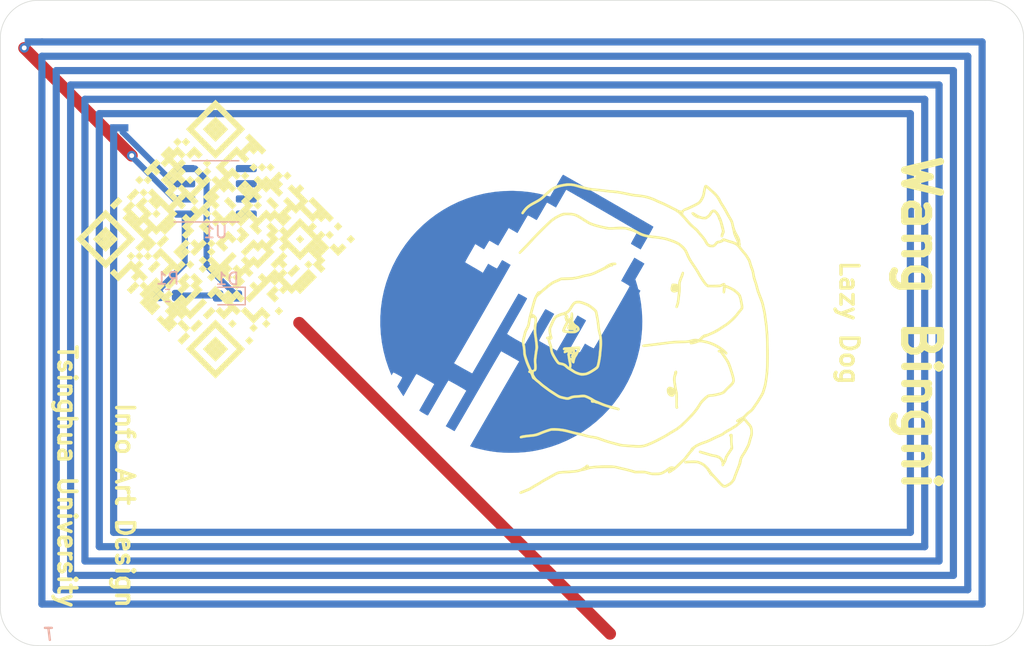
<source format=kicad_pcb>
(kicad_pcb (version 20171130) (host pcbnew "(5.1.9)-1")
  (layers (0 F.Cu signal) (31 B.Cu signal) (34 B.Paste user) (35 F.Paste user) (36 B.SilkS user) (37 F.SilkS user) (38 B.Mask user) (39 F.Mask user) (44 Edge.Cuts user))
  (net 0 "")
  (net 1 "Net-(AE1-Pad2)")
  (net 2 GND)
  (net 3 "Net-(D1-Pad2)")
  (net 4 +3V3)
  (net 5 "Net-(AE1-Pad1)")
  (net 6 "Net-(U1-Pad8)")
  (net 7 "Net-(U1-Pad7)")
  (net 8 "Net-(U1-Pad6)")
  (net 9 "Net-(U1-Pad5)")
  (module Avatars:7王冰妮 (layer F.Cu) (at 155.99 73.01 270)
    (fp_text reference G*** hide)
    (fp_text value LOGO hide)
  )
  (module Card:FutureInteractionDisconnect (layer B.Cu) (at 142.8 73.01)
    (fp_text reference G*** hide)
    (fp_text value LOGO hide)
    (fp_poly (pts (xy 0.476798 10.843159) (xy 0.984689 10.811521) (xy 1.474558 10.756716) (xy 1.960792 10.677047) (xy 2.457777 10.570817) (xy 2.578206 10.541687) (xy 3.286119 10.341214) (xy 3.97344 10.095386) (xy 4.638474 9.805974) (xy 5.279524 9.474753) (xy 5.894894 9.103496) (xy 6.482888 8.693976) (xy 7.04181 8.247968) (xy 7.569964 7.767244) (xy 8.065655 7.253579) (xy 8.527185 6.708745) (xy 8.952859 6.134517) (xy 9.340981 5.532667) (xy 9.689855 4.90497) (xy 9.997785 4.253199) (xy 10.263075 3.579127) (xy 10.484028 2.884529) (xy 10.658949 2.171177) (xy 10.67963 2.0701) (xy 10.801638 1.330457) (xy 10.873378 0.58695) (xy 10.894846 -0.158117) (xy 10.866035 -0.902439) (xy 10.78694 -1.643714) (xy 10.690058 -2.219732) (xy 10.635958 -2.496365) (xy 10.687195 -2.601827) (xy 10.738433 -2.707288) (xy 10.642725 -2.76237) (xy 10.57361 -2.813266) (xy 10.538395 -2.874747) (xy 10.529264 -2.912089) (xy 10.51508 -2.972243) (xy 10.489173 -3.068151) (xy 10.455095 -3.187118) (xy 10.416403 -3.316451) (xy 10.412243 -3.330031) (xy 10.312976 -3.653336) (xy 10.692223 -4.309184) (xy 11.071471 -4.965031) (xy 10.964985 -5.030828) (xy 10.903142 -5.068253) (xy 10.809179 -5.124154) (xy 10.694928 -5.191533) (xy 10.57222 -5.263392) (xy 10.547784 -5.277639) (xy 10.237069 -5.458652) (xy 10.137689 -5.288376) (xy 9.967675 -4.996343) (xy 9.808924 -4.722203) (xy 9.66303 -4.468783) (xy 9.531585 -4.23891) (xy 9.416183 -4.03541) (xy 9.318418 -3.861108) (xy 9.239884 -3.718833) (xy 9.182173 -3.61141) (xy 9.146879 -3.541665) (xy 9.135596 -3.512425) (xy 9.136046 -3.511716) (xy 9.164063 -3.496979) (xy 9.227852 -3.461062) (xy 9.3194 -3.408548) (xy 9.430696 -3.344018) (xy 9.4996 -3.303792) (xy 9.637811 -3.221258) (xy 9.735593 -3.15862) (xy 9.797636 -3.112437) (xy 9.828633 -3.079266) (xy 9.834027 -3.058465) (xy 9.820177 -3.029499) (xy 9.782837 -2.960241) (xy 9.723931 -2.854025) (xy 9.645384 -2.714183) (xy 9.549119 -2.544049) (xy 9.437062 -2.346956) (xy 9.311138 -2.126238) (xy 9.173271 -1.885229) (xy 9.025385 -1.62726) (xy 8.869405 -1.355667) (xy 8.707256 -1.073782) (xy 8.540863 -0.784938) (xy 8.372149 -0.49247) (xy 8.20304 -0.199709) (xy 8.03546 0.090009) (xy 7.871334 0.373352) (xy 7.712586 0.646987) (xy 7.561141 0.907579) (xy 7.418924 1.151796) (xy 7.287859 1.376305) (xy 7.16987 1.577771) (xy 7.066883 1.752862) (xy 6.980822 1.898244) (xy 6.913611 2.010584) (xy 6.867176 2.086548) (xy 6.84344 2.122803) (xy 6.840974 2.125466) (xy 6.808278 2.117555) (xy 6.738414 2.0862) (xy 6.637449 2.034628) (xy 6.511448 1.966064) (xy 6.36648 1.883737) (xy 6.208612 1.790872) (xy 6.183242 1.77566) (xy 6.105384 1.728857) (xy 5.894063 2.096329) (xy 5.823088 2.218199) (xy 5.760368 2.322976) (xy 5.710386 2.403401) (xy 5.677625 2.452217) (xy 5.667121 2.463723) (xy 5.637825 2.451453) (xy 5.575043 2.418207) (xy 5.487566 2.36919) (xy 5.384183 2.309608) (xy 5.273686 2.244664) (xy 5.164865 2.179564) (xy 5.066509 2.119512) (xy 4.98741 2.069714) (xy 4.936358 2.035373) (xy 4.92158 2.02229) (xy 4.933833 1.99713) (xy 4.969152 1.932263) (xy 5.025133 1.83193) (xy 5.09937 1.700376) (xy 5.189458 1.541844) (xy 5.29299 1.360577) (xy 5.407561 1.160818) (xy 5.530766 0.946812) (xy 5.55997 0.896198) (xy 5.684526 0.680078) (xy 5.80079 0.477699) (xy 5.906391 0.293234) (xy 5.998957 0.130856) (xy 6.076116 -0.00526) (xy 6.135498 -0.110942) (xy 6.17473 -0.182016) (xy 6.191441 -0.214307) (xy 6.191837 -0.215823) (xy 6.169285 -0.229211) (xy 6.111795 -0.262713) (xy 6.028445 -0.311082) (xy 5.928313 -0.369071) (xy 5.820475 -0.43143) (xy 5.714011 -0.492914) (xy 5.617997 -0.548273) (xy 5.541511 -0.592261) (xy 5.493632 -0.61963) (xy 5.483312 -0.625412) (xy 5.468283 -0.605464) (xy 5.430101 -0.545036) (xy 5.370888 -0.447717) (xy 5.292762 -0.317094) (xy 5.197843 -0.156756) (xy 5.088252 0.029711) (xy 4.966108 0.238716) (xy 4.833532 0.466674) (xy 4.692643 0.709995) (xy 4.622009 0.832368) (xy 4.477601 1.082663) (xy 4.340473 1.320067) (xy 4.212756 1.540903) (xy 4.096585 1.741495) (xy 3.994093 1.918167) (xy 3.907414 2.067243) (xy 3.838682 2.185046) (xy 3.790029 2.267902) (xy 3.76359 2.312132) (xy 3.759448 2.318529) (xy 3.735327 2.310133) (xy 3.673365 2.28003) (xy 3.579841 2.231692) (xy 3.461036 2.168593) (xy 3.32323 2.094204) (xy 3.172702 2.011998) (xy 3.015732 1.925448) (xy 2.858599 1.838025) (xy 2.707584 1.753204) (xy 2.568966 1.674455) (xy 2.449025 1.605252) (xy 2.354041 1.549067) (xy 2.290293 1.509373) (xy 2.268843 1.494271) (xy 2.266979 1.47259) (xy 2.284275 1.423159) (xy 2.32229 1.342886) (xy 2.382584 1.228679) (xy 2.466716 1.07745) (xy 2.571794 0.893812) (xy 2.685372 0.697133) (xy 2.81263 0.476767) (xy 2.944466 0.248473) (xy 3.071782 0.028007) (xy 3.185479 -0.168875) (xy 3.215098 -0.220164) (xy 3.525594 -0.757828) (xy 3.167325 -0.963385) (xy 3.0277 -1.042281) (xy 2.925374 -1.096862) (xy 2.854557 -1.129721) (xy 2.809459 -1.14345) (xy 2.784291 -1.140642) (xy 2.779722 -1.13692) (xy 2.762251 -1.109847) (xy 2.721702 -1.042493) (xy 2.660279 -0.938641) (xy 2.580188 -0.802073) (xy 2.483633 -0.63657) (xy 2.372819 -0.445915) (xy 2.249951 -0.233888) (xy 2.117234 -0.004271) (xy 1.976872 0.239154) (xy 1.931765 0.3175) (xy 1.789487 0.564379) (xy 1.654156 0.798552) (xy 1.527975 1.016246) (xy 1.41315 1.21369) (xy 1.311885 1.387112) (xy 1.226383 1.53274) (xy 1.158849 1.646802) (xy 1.111487 1.725526) (xy 1.086501 1.76514) (xy 1.083621 1.768911) (xy 1.054992 1.764093) (xy 0.989356 1.736223) (xy 0.892961 1.688891) (xy 0.772051 1.625688) (xy 0.632874 1.550206) (xy 0.481675 1.466035) (xy 0.324701 1.376766) (xy 0.168198 1.285989) (xy 0.018412 1.197296) (xy -0.118411 1.114277) (xy -0.236023 1.040523) (xy -0.32818 0.979625) (xy -0.388635 0.935174) (xy -0.411141 0.91076) (xy -0.411087 0.909645) (xy -0.397314 0.882444) (xy -0.360221 0.815008) (xy -0.301931 0.711067) (xy -0.22457 0.574353) (xy -0.130263 0.408597) (xy -0.021134 0.217531) (xy 0.100691 0.004887) (xy 0.233087 -0.225605) (xy 0.37393 -0.470213) (xy 0.435504 -0.576974) (xy 0.578763 -0.825951) (xy 0.713878 -1.062143) (xy 0.838786 -1.281859) (xy 0.951428 -1.481408) (xy 1.049742 -1.657099) (xy 1.131668 -1.805241) (xy 1.195145 -1.922143) (xy 1.238112 -2.004114) (xy 1.258508 -2.047464) (xy 1.259813 -2.053333) (xy 1.230636 -2.078021) (xy 1.167549 -2.119077) (xy 1.07968 -2.171534) (xy 0.976157 -2.23043) (xy 0.866109 -2.290799) (xy 0.758664 -2.347679) (xy 0.66295 -2.396104) (xy 0.588097 -2.43111) (xy 0.543232 -2.447734) (xy 0.534867 -2.447568) (xy 0.520172 -2.423431) (xy 0.481517 -2.3577) (xy 0.420304 -2.252797) (xy 0.337934 -2.111144) (xy 0.235808 -1.935163) (xy 0.115329 -1.727276) (xy -0.022102 -1.489904) (xy -0.175083 -1.225471) (xy -0.342214 -0.936399) (xy -0.522091 -0.625108) (xy -0.713315 -0.294021) (xy -0.914482 0.054439) (xy -1.124192 0.417851) (xy -1.341043 0.793792) (xy -1.395948 0.889) (xy -1.614299 1.26758) (xy -1.825822 1.634169) (xy -2.02912 1.986351) (xy -2.222792 2.321708) (xy -2.405442 2.637825) (xy -2.575668 2.932284) (xy -2.732075 3.202668) (xy -2.873262 3.446561) (xy -2.99783 3.661546) (xy -3.104383 3.845206) (xy -3.19152 3.995124) (xy -3.257843 4.108884) (xy -3.301953 4.184069) (xy -3.322453 4.218262) (xy -3.323727 4.220125) (xy -3.347562 4.21091) (xy -3.409249 4.179884) (xy -3.502578 4.13052) (xy -3.62134 4.066293) (xy -3.759327 3.990676) (xy -3.910329 3.907143) (xy -4.068139 3.819169) (xy -4.226546 3.730228) (xy -4.379343 3.643793) (xy -4.520319 3.563339) (xy -4.643268 3.492339) (xy -4.741979 3.434268) (xy -4.810243 3.392599) (xy -4.841853 3.370808) (xy -4.842135 3.370533) (xy -4.838087 3.343162) (xy -4.810259 3.29385) (xy -4.80401 3.284947) (xy -4.780083 3.247421) (xy -4.733048 3.169482) (xy -4.664429 3.053775) (xy -4.575747 2.902948) (xy -4.468526 2.719647) (xy -4.344288 2.506516) (xy -4.204555 2.266204) (xy -4.05085 2.001354) (xy -3.884696 1.714615) (xy -3.707615 1.408631) (xy -3.52113 1.086049) (xy -3.326763 0.749515) (xy -3.126037 0.401675) (xy -2.920474 0.045176) (xy -2.711598 -0.317338) (xy -2.50093 -0.683219) (xy -2.289994 -1.049821) (xy -2.080311 -1.414499) (xy -1.873405 -1.774607) (xy -1.670798 -2.127497) (xy -1.474012 -2.470525) (xy -1.28457 -2.801044) (xy -1.103995 -3.116407) (xy -0.93381 -3.41397) (xy -0.775536 -3.691085) (xy -0.630696 -3.945107) (xy -0.500814 -4.173389) (xy -0.387411 -4.373286) (xy -0.29201 -4.542152) (xy -0.216134 -4.677339) (xy -0.161306 -4.776203) (xy -0.129047 -4.836097) (xy -0.12055 -4.854481) (xy -0.148094 -4.872927) (xy -0.20966 -4.910308) (xy -0.296 -4.96131) (xy -0.397867 -5.020616) (xy -0.506014 -5.08291) (xy -0.611194 -5.142878) (xy -0.70416 -5.195204) (xy -0.775665 -5.234572) (xy -0.816461 -5.255667) (xy -0.822178 -5.2578) (xy -0.838059 -5.236966) (xy -0.874508 -5.179447) (xy -0.926976 -5.092712) (xy -0.990913 -4.984229) (xy -1.032724 -4.912095) (xy -1.102552 -4.79303) (xy -1.165122 -4.690318) (xy -1.215493 -4.611763) (xy -1.248727 -4.565171) (xy -1.258171 -4.55588) (xy -1.288054 -4.564389) (xy -1.35364 -4.59469) (xy -1.446906 -4.642711) (xy -1.559832 -4.70438) (xy -1.637655 -4.748519) (xy -1.990869 -4.951668) (xy -2.149317 -4.679284) (xy -2.217631 -4.562121) (xy -2.283393 -4.449812) (xy -2.338709 -4.355815) (xy -2.373162 -4.297784) (xy -2.438558 -4.188668) (xy -2.546429 -4.262275) (xy -2.597072 -4.294445) (xy -2.684832 -4.3476) (xy -2.80268 -4.417593) (xy -2.943589 -4.500277) (xy -3.100528 -4.591503) (xy -3.2639 -4.68565) (xy -3.424814 -4.778382) (xy -3.572138 -4.864052) (xy -3.699845 -4.939097) (xy -3.80191 -4.999949) (xy -3.872307 -5.043043) (xy -3.90501 -5.064814) (xy -3.905734 -5.065449) (xy -3.910202 -5.082339) (xy -3.901796 -5.116628) (xy -3.878477 -5.17232) (xy -3.838203 -5.25342) (xy -3.778934 -5.363933) (xy -3.698629 -5.507865) (xy -3.595247 -5.68922) (xy -3.531084 -5.800695) (xy -3.432139 -5.972688) (xy -3.341858 -6.130582) (xy -3.263264 -6.269015) (xy -3.19938 -6.382622) (xy -3.153231 -6.466041) (xy -3.127838 -6.513907) (xy -3.123812 -6.523205) (xy -3.111402 -6.557575) (xy -3.100951 -6.57599) (xy -3.080344 -6.590961) (xy -3.043599 -6.583451) (xy -2.980525 -6.550329) (xy -2.942589 -6.52732) (xy -2.749686 -6.408294) (xy -2.597127 -6.315195) (xy -2.482465 -6.246571) (xy -2.403252 -6.200974) (xy -2.357039 -6.176953) (xy -2.343024 -6.1722) (xy -2.324092 -6.193152) (xy -2.285107 -6.251056) (xy -2.230736 -6.338485) (xy -2.165646 -6.448011) (xy -2.120011 -6.527164) (xy -2.050271 -6.647126) (xy -1.987949 -6.749842) (xy -1.937776 -6.827859) (xy -1.904486 -6.873724) (xy -1.894188 -6.882764) (xy -1.865233 -6.870804) (xy -1.800524 -6.837362) (xy -1.708056 -6.786776) (xy -1.595824 -6.723386) (xy -1.520929 -6.6802) (xy -1.401491 -6.611244) (xy -1.297982 -6.552313) (xy -1.218106 -6.507727) (xy -1.169566 -6.481804) (xy -1.158573 -6.477) (xy -1.141528 -6.497567) (xy -1.104805 -6.553403) (xy -1.053996 -6.635708) (xy -1.001138 -6.72465) (xy -0.943078 -6.823665) (xy -0.865712 -6.955218) (xy -0.775624 -7.108136) (xy -0.679395 -7.271248) (xy -0.583609 -7.433381) (xy -0.567759 -7.460184) (xy -0.279207 -7.948068) (xy 0.455887 -7.523734) (xy 0.866825 -8.238617) (xy 0.967402 -8.413009) (xy 1.060911 -8.574047) (xy 1.144103 -8.716219) (xy 1.213727 -8.834015) (xy 1.266536 -8.921926) (xy 1.299281 -8.974441) (xy 1.307807 -8.986519) (xy 1.327383 -8.994683) (xy 1.363309 -8.987875) (xy 1.421643 -8.963388) (xy 1.508445 -8.918513) (xy 1.629772 -8.850544) (xy 1.691276 -8.815157) (xy 1.811773 -8.746037) (xy 1.916721 -8.6869) (xy 1.998341 -8.642044) (xy 2.048855 -8.615768) (xy 2.061268 -8.610688) (xy 2.077453 -8.631871) (xy 2.115688 -8.692012) (xy 2.172874 -8.78593) (xy 2.245914 -8.908443) (xy 2.331708 -9.054371) (xy 2.427158 -9.218533) (xy 2.490374 -9.32815) (xy 2.590527 -9.502048) (xy 2.682946 -9.661936) (xy 2.764507 -9.802454) (xy 2.832086 -9.918243) (xy 2.88256 -10.003945) (xy 2.912803 -10.054199) (xy 2.919983 -10.065158) (xy 2.946486 -10.059565) (xy 3.009077 -10.031782) (xy 3.100194 -9.985601) (xy 3.212271 -9.924811) (xy 3.304985 -9.872229) (xy 3.672914 -9.659841) (xy 4.531862 -11.148983) (xy 4.647181 -11.084657) (xy 4.745495 -11.029327) (xy 4.878742 -10.953582) (xy 5.043824 -10.85922) (xy 5.237643 -10.74804) (xy 5.4571 -10.62184) (xy 5.699097 -10.482418) (xy 5.960536 -10.331574) (xy 6.238318 -10.171106) (xy 6.529346 -10.002811) (xy 6.830521 -9.82849) (xy 7.138744 -9.64994) (xy 7.450919 -9.468959) (xy 7.763945 -9.287347) (xy 8.074726 -9.106902) (xy 8.380163 -8.929423) (xy 8.677157 -8.756707) (xy 8.962611 -8.590554) (xy 9.233426 -8.432762) (xy 9.486504 -8.28513) (xy 9.718747 -8.149456) (xy 9.927056 -8.027539) (xy 10.108334 -7.921176) (xy 10.259481 -7.832168) (xy 10.377401 -7.762312) (xy 10.458993 -7.713406) (xy 10.501161 -7.68725) (xy 10.506485 -7.683316) (xy 10.497286 -7.654357) (xy 10.46572 -7.588192) (xy 10.415246 -7.49136) (xy 10.349323 -7.3704) (xy 10.271409 -7.231851) (xy 10.224413 -7.150028) (xy 10.141958 -7.005108) (xy 10.070332 -6.874558) (xy 10.012842 -6.7648) (xy 9.972795 -6.682257) (xy 9.9535 -6.63335) (xy 9.953021 -6.623018) (xy 9.980019 -6.604656) (xy 10.041235 -6.567003) (xy 10.128288 -6.514927) (xy 10.232797 -6.453294) (xy 10.346382 -6.386968) (xy 10.460661 -6.320818) (xy 10.567255 -6.259708) (xy 10.657782 -6.208505) (xy 10.723862 -6.172076) (xy 10.757113 -6.155285) (xy 10.759427 -6.154793) (xy 10.772426 -6.177069) (xy 10.808159 -6.238814) (xy 10.864001 -6.335479) (xy 10.937327 -6.462514) (xy 11.025512 -6.615372) (xy 11.12593 -6.789503) (xy 11.235957 -6.980358) (xy 11.302268 -7.095411) (xy 11.424496 -7.308908) (xy 11.534096 -7.503137) (xy 11.62898 -7.674229) (xy 11.707058 -7.818311) (xy 11.766244 -7.931512) (xy 11.804449 -8.009962) (xy 11.819584 -8.049789) (xy 11.819201 -8.053758) (xy 11.793341 -8.070444) (xy 11.726342 -8.110703) (xy 11.620964 -8.172945) (xy 11.479967 -8.255581) (xy 11.306114 -8.35702) (xy 11.102164 -8.475674) (xy 10.870878 -8.609951) (xy 10.615018 -8.758263) (xy 10.337343 -8.91902) (xy 10.040614 -9.090632) (xy 9.727593 -9.27151) (xy 9.40104 -9.460063) (xy 9.063716 -9.654702) (xy 8.718381 -9.853837) (xy 8.367797 -10.055878) (xy 8.014724 -10.259236) (xy 7.661922 -10.462322) (xy 7.312153 -10.663544) (xy 6.968178 -10.861314) (xy 6.632756 -11.054042) (xy 6.30865 -11.240138) (xy 5.998619 -11.418012) (xy 5.705424 -11.586075) (xy 5.431827 -11.742737) (xy 5.180587 -11.886409) (xy 4.954466 -12.015499) (xy 4.756225 -12.12842) (xy 4.588623 -12.22358) (xy 4.454423 -12.299391) (xy 4.356384 -12.354262) (xy 4.297268 -12.386604) (xy 4.279741 -12.3952) (xy 4.250856 -12.374613) (xy 4.20655 -12.320076) (xy 4.155381 -12.242424) (xy 4.144306 -12.22375) (xy 4.10714 -12.159655) (xy 4.048542 -12.058342) (xy 3.972437 -11.92661) (xy 3.882752 -11.771259) (xy 3.783412 -11.599088) (xy 3.678343 -11.416897) (xy 3.620006 -11.3157) (xy 3.518863 -11.140318) (xy 3.426042 -10.979555) (xy 3.344523 -10.838554) (xy 3.277283 -10.722459) (xy 3.227302 -10.636417) (xy 3.197559 -10.58557) (xy 3.190352 -10.573648) (xy 3.16546 -10.578053) (xy 3.100997 -10.593975) (xy 3.006248 -10.619014) (xy 2.890498 -10.650768) (xy 2.868982 -10.656778) (xy 2.179465 -10.824098) (xy 1.473229 -10.945348) (xy 0.755268 -11.020388) (xy 0.030576 -11.049075) (xy -0.695852 -11.031266) (xy -1.419022 -10.966818) (xy -2.13394 -10.85559) (xy -2.377149 -10.806469) (xy -3.091019 -10.628093) (xy -3.78564 -10.403717) (xy -4.459279 -10.135027) (xy -5.110204 -9.823706) (xy -5.73668 -9.47144) (xy -6.336975 -9.079914) (xy -6.909355 -8.650813) (xy -7.452089 -8.185823) (xy -7.963441 -7.686626) (xy -8.44168 -7.15491) (xy -8.885073 -6.592358) (xy -9.291885 -6.000657) (xy -9.660384 -5.381489) (xy -9.988838 -4.736542) (xy -10.275512 -4.067499) (xy -10.518674 -3.376045) (xy -10.705417 -2.709609) (xy -10.855206 -1.996713) (xy -10.956265 -1.273971) (xy -11.008864 -0.544935) (xy -11.013276 0.186843) (xy -10.96977 0.917811) (xy -10.878618 1.644416) (xy -10.740092 2.363108) (xy -10.554461 3.070334) (xy -10.321997 3.762541) (xy -10.185078 4.109643) (xy -10.07652 4.371185) (xy -10.014684 4.26232) (xy -9.973392 4.195385) (xy -9.938334 4.148296) (xy -9.926474 4.137155) (xy -9.897913 4.144185) (xy -9.834872 4.172127) (xy -9.746552 4.215965) (xy -9.642155 4.270678) (xy -9.530883 4.331248) (xy -9.421938 4.392656) (xy -9.324521 4.449883) (xy -9.247835 4.497909) (xy -9.201081 4.531717) (xy -9.198038 4.534467) (xy -9.188641 4.552931) (xy -9.192238 4.584273) (xy -9.211619 4.634749) (xy -9.249572 4.710616) (xy -9.30889 4.818128) (xy -9.379424 4.941202) (xy -9.595673 5.315065) (xy -9.542201 5.407083) (xy -9.495868 5.484434) (xy -9.433425 5.585479) (xy -9.362038 5.698978) (xy -9.288871 5.813695) (xy -9.22109 5.918392) (xy -9.16586 6.001832) (xy -9.1313 6.051501) (xy -9.0805 6.119745) (xy -8.560943 5.216605) (xy -8.447866 5.020317) (xy -8.341986 4.837045) (xy -8.246126 4.671634) (xy -8.163107 4.52893) (xy -8.09575 4.41378) (xy -8.046879 4.33103) (xy -8.019314 4.285524) (xy -8.014843 4.27878) (xy -7.999627 4.273543) (xy -7.967701 4.280546) (xy -7.915107 4.30179) (xy -7.837885 4.339275) (xy -7.732077 4.395003) (xy -7.593726 4.470975) (xy -7.418872 4.569192) (xy -7.24535 4.667806) (xy -7.069041 4.768995) (xy -6.907678 4.862832) (xy -6.766374 4.946249) (xy -6.650242 5.016177) (xy -6.564394 5.069546) (xy -6.513942 5.103289) (xy -6.5024 5.113779) (xy -6.514744 5.139551) (xy -6.550146 5.204943) (xy -6.606162 5.305639) (xy -6.68035 5.437321) (xy -6.770267 5.595674) (xy -6.873469 5.776382) (xy -6.987512 5.975129) (xy -7.109955 6.187599) (xy -7.124863 6.213408) (xy -7.248334 6.427429) (xy -7.363912 6.628381) (xy -7.469126 6.811922) (xy -7.561504 6.973712) (xy -7.638573 7.109408) (xy -7.697861 7.214669) (xy -7.736897 7.285154) (xy -7.753209 7.316522) (xy -7.753513 7.317416) (xy -7.734805 7.33856) (xy -7.679116 7.379844) (xy -7.593686 7.436403) (xy -7.485756 7.503373) (xy -7.407105 7.550102) (xy -7.273259 7.627504) (xy -7.176164 7.68116) (xy -7.109295 7.713926) (xy -7.066124 7.728655) (xy -7.040125 7.728203) (xy -7.025798 7.716885) (xy -7.008417 7.68856) (xy -6.967898 7.620001) (xy -6.906444 7.515003) (xy -6.826258 7.377358) (xy -6.729543 7.210863) (xy -6.618502 7.01931) (xy -6.495339 6.806494) (xy -6.362256 6.576208) (xy -6.221456 6.332248) (xy -6.17358 6.249223) (xy -6.030885 6.002351) (xy -5.895079 5.768628) (xy -5.768362 5.551761) (xy -5.652934 5.355458) (xy -5.550995 5.183424) (xy -5.464744 5.039367) (xy -5.396382 4.926994) (xy -5.348109 4.850011) (xy -5.322124 4.812126) (xy -5.31873 4.8088) (xy -5.291092 4.818252) (xy -5.22652 4.849717) (xy -5.131197 4.899669) (xy -5.011306 4.964584) (xy -4.873028 5.040937) (xy -4.722548 5.125203) (xy -4.566048 5.213858) (xy -4.40971 5.303377) (xy -4.259718 5.390236) (xy -4.122254 5.470909) (xy -4.0035 5.541872) (xy -3.90964 5.599601) (xy -3.846857 5.64057) (xy -3.821332 5.661255) (xy -3.821163 5.662539) (xy -3.834986 5.686479) (xy -3.872027 5.750678) (xy -3.930125 5.851386) (xy -4.007118 5.984856) (xy -4.100845 6.147341) (xy -4.209143 6.335093) (xy -4.329851 6.544364) (xy -4.460806 6.771406) (xy -4.599848 7.012472) (xy -4.635278 7.0739) (xy -4.777342 7.320144) (xy -4.912933 7.555043) (xy -5.039747 7.774611) (xy -5.155478 7.974864) (xy -5.257823 8.151818) (xy -5.344476 8.301489) (xy -5.413132 8.419891) (xy -5.461488 8.503041) (xy -5.487237 8.546954) (xy -5.489459 8.550657) (xy -5.537891 8.630414) (xy -5.183336 8.836407) (xy -5.062378 8.905981) (xy -4.95657 8.965514) (xy -4.873764 9.010693) (xy -4.821815 9.037205) (xy -4.808341 9.042384) (xy -4.793541 9.02077) (xy -4.754785 8.957527) (xy -4.693468 8.855046) (xy -4.610985 8.715719) (xy -4.508733 8.54194) (xy -4.388107 8.3361) (xy -4.250502 8.100592) (xy -4.097313 7.837807) (xy -3.929938 7.550139) (xy -3.74977 7.239978) (xy -3.558205 6.909718) (xy -3.35664 6.56175) (xy -3.146469 6.198467) (xy -2.929089 5.822261) (xy -2.859819 5.702284) (xy -2.640444 5.322512) (xy -2.427811 4.954916) (xy -2.223316 4.601889) (xy -2.028357 4.265822) (xy -1.844333 3.949108) (xy -1.67264 3.65414) (xy -1.514676 3.38331) (xy -1.371838 3.139011) (xy -1.245525 2.923634) (xy -1.137133 2.739574) (xy -1.048061 2.589221) (xy -0.979706 2.474969) (xy -0.933465 2.39921) (xy -0.910737 2.364336) (xy -0.908677 2.3622) (xy -0.883983 2.374197) (xy -0.821417 2.407837) (xy -0.727235 2.459595) (xy -0.607691 2.525945) (xy -0.469041 2.603361) (xy -0.317539 2.688318) (xy -0.159441 2.77729) (xy -0.001002 2.866752) (xy 0.151523 2.953178) (xy 0.291879 3.033042) (xy 0.413811 3.102819) (xy 0.511064 3.158982) (xy 0.577382 3.198008) (xy 0.605815 3.21583) (xy 0.597824 3.238062) (xy 0.567109 3.28585) (xy 0.55202 3.306682) (xy 0.533848 3.33594) (xy 0.491753 3.406662) (xy 0.427202 3.516313) (xy 0.341664 3.662358) (xy 0.236609 3.842263) (xy 0.113506 4.053493) (xy -0.026177 4.293515) (xy -0.180972 4.559792) (xy -0.349408 4.849792) (xy -0.530017 5.160979) (xy -0.72133 5.490818) (xy -0.921879 5.836776) (xy -1.130194 6.196318) (xy -1.344806 6.566908) (xy -1.564248 6.946013) (xy -1.787048 7.331099) (xy -2.01174 7.71963) (xy -2.236854 8.109072) (xy -2.46092 8.49689) (xy -2.682471 8.880551) (xy -2.900037 9.257518) (xy -3.112149 9.625259) (xy -3.317339 9.981238) (xy -3.496308 10.291954) (xy -3.479985 10.309903) (xy -3.420145 10.336587) (xy -3.323004 10.370372) (xy -3.194775 10.409626) (xy -3.041674 10.452715) (xy -2.869914 10.498006) (xy -2.685711 10.543866) (xy -2.495278 10.588661) (xy -2.30483 10.63076) (xy -2.120582 10.668528) (xy -1.948748 10.700332) (xy -1.9304 10.703476) (xy -1.598835 10.755753) (xy -1.288473 10.795474) (xy -0.984184 10.823852) (xy -0.670839 10.842104) (xy -0.333305 10.851442) (xy -0.0635 10.853328) (xy 0.476798 10.843159)) (layer B.Cu) (width 0.01))
  )
  (module Card:interact.cool (layer F.Cu) (at 118 66 45)
    (fp_text reference QR hide)
    (fp_text value https://interact.cool/ hide)
  )
  (module Card:NFC-Antenna_6_79.24x47.62_0.6x0.6mm (layer B.Cu) (at 142.8 73.01)
    (fp_text reference AE1 hide)
    (fp_text value Antenna_Loop)
    (fp_line (start -33.32 17.51) (end -33.32 -16.31) (layer B.Cu) (width 0.6))
    (fp_line (start 33.32 17.51) (end -33.32 17.51) (layer B.Cu) (width 0.6))
    (fp_line (start 33.32 -17.51) (end 33.32 17.51) (layer B.Cu) (width 0.6))
    (fp_line (start -34.52 -17.51) (end 33.32 -17.51) (layer B.Cu) (width 0.6))
    (fp_line (start -34.52 18.71) (end -34.52 -17.51) (layer B.Cu) (width 0.6))
    (fp_line (start 34.52 18.71) (end -34.52 18.71) (layer B.Cu) (width 0.6))
    (fp_line (start 34.52 -18.71) (end 34.52 18.71) (layer B.Cu) (width 0.6))
    (fp_line (start -35.72 -18.71) (end 34.52 -18.71) (layer B.Cu) (width 0.6))
    (fp_line (start -35.72 19.91) (end -35.72 -18.71) (layer B.Cu) (width 0.6))
    (fp_line (start 35.72 19.91) (end -35.72 19.91) (layer B.Cu) (width 0.6))
    (fp_line (start 35.72 -19.91) (end 35.72 19.91) (layer B.Cu) (width 0.6))
    (fp_line (start -36.92 -19.91) (end 35.72 -19.91) (layer B.Cu) (width 0.6))
    (fp_line (start -36.92 21.11) (end -36.92 -19.91) (layer B.Cu) (width 0.6))
    (fp_line (start 36.92 21.11) (end -36.92 21.11) (layer B.Cu) (width 0.6))
    (fp_line (start 36.92 -21.11) (end 36.92 21.11) (layer B.Cu) (width 0.6))
    (fp_line (start -38.12 -21.11) (end 36.92 -21.11) (layer B.Cu) (width 0.6))
    (fp_line (start -38.12 22.31) (end -38.12 -21.11) (layer B.Cu) (width 0.6))
    (fp_line (start 38.12 22.31) (end -38.12 22.31) (layer B.Cu) (width 0.6))
    (fp_line (start 38.12 -22.31) (end 38.12 22.31) (layer B.Cu) (width 0.6))
    (fp_line (start -39.32 -22.31) (end 38.12 -22.31) (layer B.Cu) (width 0.6))
    (fp_line (start -39.32 23.51) (end -39.32 -22.31) (layer B.Cu) (width 0.6))
    (fp_line (start 39.32 23.51) (end -39.32 23.51) (layer B.Cu) (width 0.6))
    (fp_line (start 39.32 -23.51) (end 39.32 23.51) (layer B.Cu) (width 0.6))
    (fp_line (start -39.32 -23.51) (end 39.32 -23.51) (layer B.Cu) (width 0.6))
    (pad 2 smd rect (at -40 -23.51) (size 1.524 0.6) (layers B.Cu) (net 1 "Net-(AE1-Pad2)"))
    (pad 1 smd rect (at -32.85 -16.325) (size 1.524 0.6) (layers B.Cu) (net 5 "Net-(AE1-Pad1)"))
  )
  (module Package_SO:SO-8_3.9x4.9mm_P1.27mm (layer B.Cu) (at 118 62)
    (fp_text reference U1 (at 0 3.4) (layer B.SilkS) (effects (justify mirror)))
    (fp_text value M24LR04E-R)
    (pad 8 smd roundrect (at 2.575 1.905) (size 1.75 0.6) (layers B.Cu B.Paste B.Mask) (net 6 "Net-(U1-Pad8)"))
    (pad 7 smd roundrect (at 2.575 0.635) (size 1.75 0.6) (layers B.Cu B.Paste B.Mask) (net 7 "Net-(U1-Pad7)"))
    (pad 6 smd roundrect (at 2.575 -0.635) (size 1.75 0.6) (layers B.Cu B.Paste B.Mask) (net 8 "Net-(U1-Pad6)"))
    (pad 5 smd roundrect (at 2.575 -1.905) (size 1.75 0.6) (layers B.Cu B.Paste B.Mask) (net 9 "Net-(U1-Pad5)"))
    (pad 4 smd roundrect (at -2.575 -1.905) (size 1.75 0.6) (layers B.Cu B.Paste B.Mask) (net 2 GND))
    (pad 3 smd roundrect (at -2.575 -0.635) (size 1.75 0.6) (layers B.Cu B.Paste B.Mask) (net 5 "Net-(AE1-Pad1)"))
    (pad 2 smd roundrect (at -2.575 0.635) (size 1.75 0.6) (layers B.Cu B.Paste B.Mask) (net 1 "Net-(AE1-Pad2)"))
    (pad 1 smd roundrect (at -2.575 1.905) (size 1.75 0.6) (layers B.Cu B.Paste B.Mask) (net 4 +3V3))
  )
  (module Resistor_SMD:R_0603_1608Metric (layer B.Cu) (at 114 70.71 180)
    (fp_text reference R1 (at 0 1.43) (layer B.SilkS) (effects (justify mirror)))
    (fp_text value R)
    (pad 2 smd roundrect (at 0.7875 0 180) (size 0.875 0.95) (layers B.Cu B.Paste B.Mask) (net 4 +3V3))
    (pad 1 smd roundrect (at -0.7875 0 180) (size 0.875 0.95) (layers B.Cu B.Paste B.Mask) (net 3 "Net-(D1-Pad2)"))
  )
  (module LED_SMD:LED_0603_1608Metric (layer B.Cu) (at 119 70.75 180)
    (fp_text reference D1 (at 0 1.43) (layer B.SilkS) (effects (justify mirror)))
    (fp_text value LED)
    (pad 2 smd roundrect (at 0.7875 0 180) (size 0.875 0.95) (layers B.Cu B.Paste B.Mask) (net 3 "Net-(D1-Pad2)"))
    (pad 1 smd roundrect (at -0.7875 0 180) (size 0.875 0.95) (layers B.Cu B.Paste B.Mask) (net 2 GND))
  )
  (gr_text T (at 104.14 99.06) (layer B.SilkS) (effects (font (size 1 1) (thickness 0.2) italic) (justify mirror)))
  (gr_text "Info Art Design\n\nTsinghua University" (at 108 97 270) (layer F.SilkS) (effects (font (size 1.5 1.5) (thickness 0.3)) (justify right)))
  (gr_text "Lazy Dog" (at 171 73 -90) (layer F.SilkS) (effects (font (size 1.5 1.5) (thickness 0.3))))
  (gr_text "Wang Bingni" (at 177 73 -90) (layer F.SilkS) (effects (font (size 3 3) (thickness 0.6))))
  (gr_line (start 103.18 100) (end 182.42 100) (layer Edge.Cuts) (width 0.05))
  (gr_line (start 185.6 49.2) (end 185.6 96.82) (layer Edge.Cuts) (width 0.05))
  (gr_line (start 100 49.2) (end 100 96.82) (layer Edge.Cuts) (width 0.05))
  (gr_line (start 103.18 46.02) (end 182.42 46.02) (layer Edge.Cuts) (width 0.05))
  (gr_arc (start 103.18 49.2) (end 103.18 46.02) (angle -90) (layer Edge.Cuts) (width 0.05))
  (gr_arc (start 182.42 49.2) (end 185.6 49.2) (angle -90) (layer Edge.Cuts) (width 0.05))
  (gr_arc (start 103.18 96.82) (end 100 96.82) (angle -90) (layer Edge.Cuts) (width 0.05))
  (gr_arc (start 182.42 96.82) (end 182.42 100) (angle -90) (layer Edge.Cuts) (width 0.05))
  (segment (start 125 73) (end 151 99) (width 1) (layer F.Cu) (net 0))
  (via (at 110.991459 59.008541) (size 0.8) (drill 0.4) (layers F.Cu B.Cu) (net 1))
  (segment (start 110.991459 59.076459) (end 110.991459 59.008541) (width 0.5) (layer B.Cu) (net 1))
  (segment (start 115.425 62.635) (end 114.55 62.635) (width 0.5) (layer B.Cu) (net 1))
  (segment (start 114.55 62.635) (end 110.991459 59.076459) (width 0.5) (layer B.Cu) (net 1))
  (via (at 102 50) (size 0.8) (drill 0.4) (layers F.Cu B.Cu) (net 1))
  (segment (start 110.991459 59.008541) (end 102 50.017082) (width 1) (layer F.Cu) (net 1))
  (segment (start 102 50.017082) (end 102 50) (width 0.5) (layer F.Cu) (net 1))
  (segment (start 102.5 49.5) (end 102.72999 49.5) (width 0.5) (layer B.Cu) (net 1))
  (segment (start 102 50) (end 102.5 49.5) (width 0.5) (layer B.Cu) (net 1))
  (segment (start 116.3 60.095) (end 117.25 61.045) (width 0.5) (layer B.Cu) (net 2))
  (segment (start 115.425 60.095) (end 116.3 60.095) (width 0.5) (layer B.Cu) (net 2))
  (segment (start 117.25 68.2125) (end 119.7875 70.75) (width 0.5) (layer B.Cu) (net 2))
  (segment (start 117.25 61.045) (end 117.25 68.2125) (width 0.5) (layer B.Cu) (net 2))
  (segment (start 118.1725 70.71) (end 118.2125 70.75) (width 0.5) (layer B.Cu) (net 3))
  (segment (start 114.7875 70.71) (end 118.1725 70.71) (width 0.5) (layer B.Cu) (net 3))
  (segment (start 115.425 63.905) (end 115.425 68.075) (width 0.5) (layer B.Cu) (net 4))
  (segment (start 113.2125 70.2875) (end 113.2125 70.71) (width 0.5) (layer B.Cu) (net 4))
  (segment (start 115.425 68.075) (end 113.2125 70.2875) (width 0.5) (layer B.Cu) (net 4))
  (segment (start 110.23001 57.04501) (end 110.23001 56.685) (width 0.5) (layer B.Cu) (net 5))
  (segment (start 115.425 61.365) (end 114.55 61.365) (width 0.5) (layer B.Cu) (net 5))
  (segment (start 114.55 61.365) (end 110.23001 57.04501) (width 0.5) (layer B.Cu) (net 5))
)
</source>
